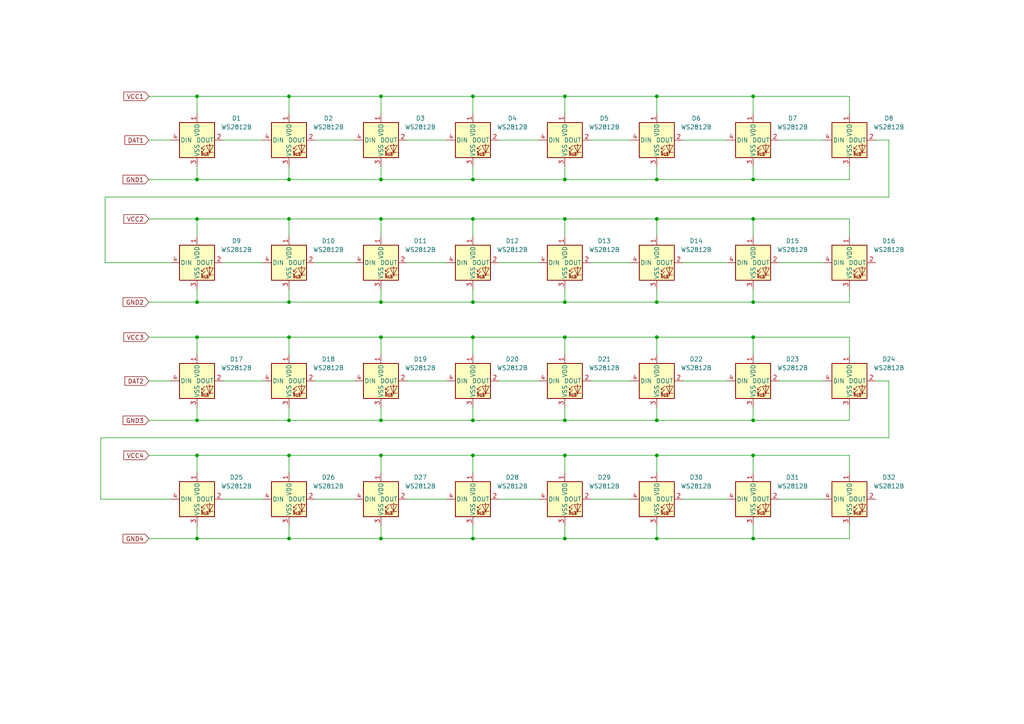
<source format=kicad_sch>
(kicad_sch (version 20231120) (generator "eeschema") (generator_version "8.0")
  (paper "A4")
  (lib_symbols
    (symbol "LED:WS2812B" (pin_names (offset 0.254))
      (property "Reference" "D" (at 5.08 5.715 0))
      (property "Value" "WS2812B" (at 1.27 -5.715 0))
      (symbol "WS2812B_0_0"
        (text "RGB" (at 2.286 -4.191 0) (effects (font (size 0.762 0.762))))
      )
      (symbol "WS2812B_0_1"
        (polyline (pts (xy 1.27 -3.556) (xy 1.778 -3.556)))
        (polyline (pts (xy 1.27 -2.54) (xy 1.778 -2.54)))
        (polyline (pts (xy 4.699 -3.556) (xy 2.667 -3.556)))
        (polyline (pts (xy 2.286 -2.54) (xy 1.27 -3.556) (xy 1.27 -3.048)))
        (polyline (pts (xy 2.286 -1.524) (xy 1.27 -2.54) (xy 1.27 -2.032)))
        (polyline (pts (xy 3.683 -1.016) (xy 3.683 -3.556) (xy 3.683 -4.064)))
        (polyline (pts (xy 4.699 -1.524) (xy 2.667 -1.524) (xy 3.683 -3.556) (xy 4.699 -1.524)))
        (rectangle (start 5.08 5.08) (end -5.08 -5.08) (stroke (width 0.254)) (fill (type background)))
      )
      (symbol "WS2812B_1_1"
        (pin power_in line (at 0 7.62 270) (length 2.54) (name "VDD") (number "1"))
        (pin output line (at 7.62 0 180) (length 2.54) (name "DOUT") (number "2"))
        (pin power_in line (at 0 -7.62 90) (length 2.54) (name "VSS") (number "3"))
        (pin input line (at -7.62 0 0) (length 2.54) (name "DIN") (number "4"))
      )
    )
  )
  (junction (at 163.83 156.21))
  (junction (at 218.44 132.08))
  (junction (at 137.16 156.21))
  (junction (at 218.44 97.79))
  (junction (at 110.49 97.79))
  (junction (at 137.16 52.07))
  (junction (at 218.44 121.92))
  (junction (at 190.5 87.63))
  (junction (at 110.49 63.5))
  (junction (at 110.49 27.94))
  (junction (at 137.16 63.5))
  (junction (at 218.44 63.5))
  (junction (at 163.83 52.07))
  (junction (at 163.83 63.5))
  (junction (at 137.16 87.63))
  (junction (at 57.15 97.79))
  (junction (at 218.44 27.94))
  (junction (at 137.16 27.94))
  (junction (at 110.49 132.08))
  (junction (at 137.16 121.92))
  (junction (at 83.82 63.5))
  (junction (at 57.15 63.5))
  (junction (at 57.15 87.63))
  (junction (at 57.15 27.94))
  (junction (at 190.5 52.07))
  (junction (at 190.5 27.94))
  (junction (at 190.5 156.21))
  (junction (at 110.49 156.21))
  (junction (at 83.82 97.79))
  (junction (at 190.5 97.79))
  (junction (at 163.83 87.63))
  (junction (at 218.44 52.07))
  (junction (at 218.44 156.21))
  (junction (at 163.83 121.92))
  (junction (at 163.83 97.79))
  (junction (at 137.16 97.79))
  (junction (at 83.82 156.21))
  (junction (at 137.16 132.08))
  (junction (at 83.82 27.94))
  (junction (at 83.82 87.63))
  (junction (at 83.82 52.07))
  (junction (at 110.49 52.07))
  (junction (at 190.5 121.92))
  (junction (at 190.5 63.5))
  (junction (at 218.44 87.63))
  (junction (at 57.15 156.21))
  (junction (at 57.15 132.08))
  (junction (at 163.83 27.94))
  (junction (at 110.49 121.92))
  (junction (at 163.83 132.08))
  (junction (at 110.49 87.63))
  (junction (at 190.5 132.08))
  (junction (at 57.15 52.07))
  (junction (at 57.15 121.92))
  (junction (at 83.82 132.08))
  (junction (at 83.82 121.92))
  (wire (pts (xy 83.82 132.08) (xy 83.82 137.16)))
  (wire (pts (xy 137.16 121.92) (xy 163.83 121.92)))
  (wire (pts (xy 57.15 87.63) (xy 83.82 87.63)))
  (wire (pts (xy 64.77 144.78) (xy 76.2 144.78)))
  (wire (pts (xy 246.38 152.4) (xy 246.38 156.21)))
  (wire (pts (xy 163.83 97.79) (xy 163.83 102.87)))
  (wire (pts (xy 57.15 152.4) (xy 57.15 156.21)))
  (wire (pts (xy 118.11 144.78) (xy 129.54 144.78)))
  (wire (pts (xy 83.82 27.94) (xy 110.49 27.94)))
  (wire (pts (xy 57.15 63.5) (xy 57.15 68.58)))
  (wire (pts (xy 110.49 118.11) (xy 110.49 121.92)))
  (wire (pts (xy 137.16 118.11) (xy 137.16 121.92)))
  (wire (pts (xy 190.5 156.21) (xy 218.44 156.21)))
  (wire (pts (xy 163.83 152.4) (xy 163.83 156.21)))
  (wire (pts (xy 137.16 83.82) (xy 137.16 87.63)))
  (wire (pts (xy 190.5 63.5) (xy 218.44 63.5)))
  (wire (pts (xy 57.15 27.94) (xy 57.15 33.02)))
  (wire (pts (xy 83.82 83.82) (xy 83.82 87.63)))
  (wire (pts (xy 110.49 27.94) (xy 137.16 27.94)))
  (wire (pts (xy 163.83 52.07) (xy 190.5 52.07)))
  (wire (pts (xy 218.44 63.5) (xy 246.38 63.5)))
  (wire (pts (xy 83.82 97.79) (xy 83.82 102.87)))
  (wire (pts (xy 43.18 87.63) (xy 57.15 87.63)))
  (wire (pts (xy 190.5 27.94) (xy 218.44 27.94)))
  (wire (pts (xy 246.38 83.82) (xy 246.38 87.63)))
  (wire (pts (xy 110.49 52.07) (xy 137.16 52.07)))
  (wire (pts (xy 190.5 83.82) (xy 190.5 87.63)))
  (wire (pts (xy 198.12 110.49) (xy 210.82 110.49)))
  (wire (pts (xy 43.18 97.79) (xy 57.15 97.79)))
  (wire (pts (xy 137.16 52.07) (xy 163.83 52.07)))
  (wire (pts (xy 163.83 27.94) (xy 190.5 27.94)))
  (wire (pts (xy 91.44 110.49) (xy 102.87 110.49)))
  (wire (pts (xy 110.49 63.5) (xy 110.49 68.58)))
  (wire (pts (xy 171.45 40.64) (xy 182.88 40.64)))
  (wire (pts (xy 163.83 87.63) (xy 190.5 87.63)))
  (wire (pts (xy 226.06 110.49) (xy 238.76 110.49)))
  (wire (pts (xy 137.16 156.21) (xy 163.83 156.21)))
  (wire (pts (xy 163.83 156.21) (xy 190.5 156.21)))
  (wire (pts (xy 218.44 52.07) (xy 246.38 52.07)))
  (wire (pts (xy 43.18 156.21) (xy 57.15 156.21)))
  (wire (pts (xy 83.82 118.11) (xy 83.82 121.92)))
  (wire (pts (xy 57.15 83.82) (xy 57.15 87.63)))
  (wire (pts (xy 57.15 97.79) (xy 83.82 97.79)))
  (wire (pts (xy 137.16 97.79) (xy 163.83 97.79)))
  (wire (pts (xy 190.5 63.5) (xy 190.5 68.58)))
  (wire (pts (xy 163.83 63.5) (xy 190.5 63.5)))
  (wire (pts (xy 137.16 63.5) (xy 163.83 63.5)))
  (wire (pts (xy 246.38 63.5) (xy 246.38 68.58)))
  (wire (pts (xy 163.83 118.11) (xy 163.83 121.92)))
  (wire (pts (xy 29.21 144.78) (xy 49.53 144.78)))
  (wire (pts (xy 254 40.64) (xy 257.81 40.64)))
  (wire (pts (xy 43.18 132.08) (xy 57.15 132.08)))
  (wire (pts (xy 218.44 118.11) (xy 218.44 121.92)))
  (wire (pts (xy 163.83 97.79) (xy 190.5 97.79)))
  (wire (pts (xy 257.81 57.15) (xy 30.48 57.15)))
  (wire (pts (xy 110.49 152.4) (xy 110.49 156.21)))
  (wire (pts (xy 118.11 40.64) (xy 129.54 40.64)))
  (wire (pts (xy 190.5 132.08) (xy 218.44 132.08)))
  (wire (pts (xy 110.49 97.79) (xy 137.16 97.79)))
  (wire (pts (xy 57.15 132.08) (xy 83.82 132.08)))
  (wire (pts (xy 226.06 144.78) (xy 238.76 144.78)))
  (wire (pts (xy 218.44 132.08) (xy 218.44 137.16)))
  (wire (pts (xy 226.06 76.2) (xy 238.76 76.2)))
  (wire (pts (xy 218.44 87.63) (xy 246.38 87.63)))
  (wire (pts (xy 83.82 63.5) (xy 83.82 68.58)))
  (wire (pts (xy 57.15 132.08) (xy 57.15 137.16)))
  (wire (pts (xy 110.49 63.5) (xy 137.16 63.5)))
  (wire (pts (xy 64.77 110.49) (xy 76.2 110.49)))
  (wire (pts (xy 91.44 144.78) (xy 102.87 144.78)))
  (wire (pts (xy 171.45 110.49) (xy 182.88 110.49)))
  (wire (pts (xy 110.49 97.79) (xy 110.49 102.87)))
  (wire (pts (xy 57.15 63.5) (xy 83.82 63.5)))
  (wire (pts (xy 163.83 27.94) (xy 163.83 33.02)))
  (wire (pts (xy 171.45 76.2) (xy 182.88 76.2)))
  (wire (pts (xy 163.83 132.08) (xy 190.5 132.08)))
  (wire (pts (xy 218.44 152.4) (xy 218.44 156.21)))
  (wire (pts (xy 83.82 152.4) (xy 83.82 156.21)))
  (wire (pts (xy 137.16 27.94) (xy 137.16 33.02)))
  (wire (pts (xy 198.12 144.78) (xy 210.82 144.78)))
  (wire (pts (xy 144.78 40.64) (xy 156.21 40.64)))
  (wire (pts (xy 257.81 40.64) (xy 257.81 57.15)))
  (wire (pts (xy 218.44 97.79) (xy 218.44 102.87)))
  (wire (pts (xy 57.15 48.26) (xy 57.15 52.07)))
  (wire (pts (xy 218.44 132.08) (xy 246.38 132.08)))
  (wire (pts (xy 64.77 76.2) (xy 76.2 76.2)))
  (wire (pts (xy 190.5 87.63) (xy 218.44 87.63)))
  (wire (pts (xy 246.38 48.26) (xy 246.38 52.07)))
  (wire (pts (xy 137.16 63.5) (xy 137.16 68.58)))
  (wire (pts (xy 246.38 97.79) (xy 246.38 102.87)))
  (wire (pts (xy 218.44 121.92) (xy 246.38 121.92)))
  (wire (pts (xy 30.48 76.2) (xy 49.53 76.2)))
  (wire (pts (xy 110.49 132.08) (xy 137.16 132.08)))
  (wire (pts (xy 43.18 63.5) (xy 57.15 63.5)))
  (wire (pts (xy 57.15 52.07) (xy 83.82 52.07)))
  (wire (pts (xy 110.49 27.94) (xy 110.49 33.02)))
  (wire (pts (xy 57.15 118.11) (xy 57.15 121.92)))
  (wire (pts (xy 257.81 127) (xy 29.21 127)))
  (wire (pts (xy 43.18 121.92) (xy 57.15 121.92)))
  (wire (pts (xy 110.49 156.21) (xy 137.16 156.21)))
  (wire (pts (xy 91.44 76.2) (xy 102.87 76.2)))
  (wire (pts (xy 83.82 87.63) (xy 110.49 87.63)))
  (wire (pts (xy 163.83 121.92) (xy 190.5 121.92)))
  (wire (pts (xy 144.78 144.78) (xy 156.21 144.78)))
  (wire (pts (xy 163.83 63.5) (xy 163.83 68.58)))
  (wire (pts (xy 163.83 83.82) (xy 163.83 87.63)))
  (wire (pts (xy 110.49 132.08) (xy 110.49 137.16)))
  (wire (pts (xy 43.18 110.49) (xy 49.53 110.49)))
  (wire (pts (xy 198.12 76.2) (xy 210.82 76.2)))
  (wire (pts (xy 226.06 40.64) (xy 238.76 40.64)))
  (wire (pts (xy 57.15 27.94) (xy 83.82 27.94)))
  (wire (pts (xy 144.78 110.49) (xy 156.21 110.49)))
  (wire (pts (xy 57.15 121.92) (xy 83.82 121.92)))
  (wire (pts (xy 110.49 121.92) (xy 137.16 121.92)))
  (wire (pts (xy 218.44 83.82) (xy 218.44 87.63)))
  (wire (pts (xy 163.83 132.08) (xy 163.83 137.16)))
  (wire (pts (xy 83.82 97.79) (xy 110.49 97.79)))
  (wire (pts (xy 83.82 132.08) (xy 110.49 132.08)))
  (wire (pts (xy 30.48 57.15) (xy 30.48 76.2)))
  (wire (pts (xy 163.83 48.26) (xy 163.83 52.07)))
  (wire (pts (xy 190.5 121.92) (xy 218.44 121.92)))
  (wire (pts (xy 110.49 48.26) (xy 110.49 52.07)))
  (wire (pts (xy 218.44 27.94) (xy 246.38 27.94)))
  (wire (pts (xy 246.38 27.94) (xy 246.38 33.02)))
  (wire (pts (xy 257.81 110.49) (xy 257.81 127)))
  (wire (pts (xy 137.16 132.08) (xy 137.16 137.16)))
  (wire (pts (xy 137.16 87.63) (xy 163.83 87.63)))
  (wire (pts (xy 218.44 27.94) (xy 218.44 33.02)))
  (wire (pts (xy 110.49 83.82) (xy 110.49 87.63)))
  (wire (pts (xy 83.82 63.5) (xy 110.49 63.5)))
  (wire (pts (xy 218.44 63.5) (xy 218.44 68.58)))
  (wire (pts (xy 83.82 156.21) (xy 110.49 156.21)))
  (wire (pts (xy 190.5 118.11) (xy 190.5 121.92)))
  (wire (pts (xy 190.5 97.79) (xy 218.44 97.79)))
  (wire (pts (xy 83.82 52.07) (xy 110.49 52.07)))
  (wire (pts (xy 64.77 40.64) (xy 76.2 40.64)))
  (wire (pts (xy 43.18 52.07) (xy 57.15 52.07)))
  (wire (pts (xy 57.15 97.79) (xy 57.15 102.87)))
  (wire (pts (xy 246.38 132.08) (xy 246.38 137.16)))
  (wire (pts (xy 254 110.49) (xy 257.81 110.49)))
  (wire (pts (xy 137.16 152.4) (xy 137.16 156.21)))
  (wire (pts (xy 83.82 121.92) (xy 110.49 121.92)))
  (wire (pts (xy 57.15 156.21) (xy 83.82 156.21)))
  (wire (pts (xy 171.45 144.78) (xy 182.88 144.78)))
  (wire (pts (xy 137.16 97.79) (xy 137.16 102.87)))
  (wire (pts (xy 83.82 48.26) (xy 83.82 52.07)))
  (wire (pts (xy 110.49 87.63) (xy 137.16 87.63)))
  (wire (pts (xy 137.16 27.94) (xy 163.83 27.94)))
  (wire (pts (xy 246.38 118.11) (xy 246.38 121.92)))
  (wire (pts (xy 190.5 132.08) (xy 190.5 137.16)))
  (wire (pts (xy 144.78 76.2) (xy 156.21 76.2)))
  (wire (pts (xy 190.5 97.79) (xy 190.5 102.87)))
  (wire (pts (xy 83.82 27.94) (xy 83.82 33.02)))
  (wire (pts (xy 190.5 52.07) (xy 218.44 52.07)))
  (wire (pts (xy 218.44 48.26) (xy 218.44 52.07)))
  (wire (pts (xy 218.44 97.79) (xy 246.38 97.79)))
  (wire (pts (xy 190.5 27.94) (xy 190.5 33.02)))
  (wire (pts (xy 43.18 27.94) (xy 57.15 27.94)))
  (wire (pts (xy 118.11 110.49) (xy 129.54 110.49)))
  (wire (pts (xy 43.18 40.64) (xy 49.53 40.64)))
  (wire (pts (xy 91.44 40.64) (xy 102.87 40.64)))
  (wire (pts (xy 137.16 132.08) (xy 163.83 132.08)))
  (wire (pts (xy 218.44 156.21) (xy 246.38 156.21)))
  (wire (pts (xy 190.5 152.4) (xy 190.5 156.21)))
  (wire (pts (xy 137.16 48.26) (xy 137.16 52.07)))
  (wire (pts (xy 198.12 40.64) (xy 210.82 40.64)))
  (wire (pts (xy 190.5 48.26) (xy 190.5 52.07)))
  (wire (pts (xy 118.11 76.2) (xy 129.54 76.2)))
  (wire (pts (xy 29.21 127) (xy 29.21 144.78)))
  (global_label "DAT1" (shape input) (at 43.18 40.64 180) (property "Intersheetrefs" "${INTERSHEET_REFS}" (effects (hide yes))))
  (global_label "VCC3" (shape input) (at 43.18 97.79 180) (property "Intersheetrefs" "${INTERSHEET_REFS}" (effects (hide yes))))
  (global_label "GND2" (shape input) (at 43.18 87.63 180) (property "Intersheetrefs" "${INTERSHEET_REFS}" (effects (hide yes))))
  (global_label "GND1" (shape input) (at 43.18 52.07 180) (property "Intersheetrefs" "${INTERSHEET_REFS}" (effects (hide yes))))
  (global_label "VCC1" (shape input) (at 43.18 27.94 180) (property "Intersheetrefs" "${INTERSHEET_REFS}" (effects (hide yes))))
  (global_label "VCC2" (shape input) (at 43.18 63.5 180) (property "Intersheetrefs" "${INTERSHEET_REFS}" (effects (hide yes))))
  (global_label "DAT2" (shape input) (at 43.18 110.49 180) (property "Intersheetrefs" "${INTERSHEET_REFS}" (effects (hide yes))))
  (global_label "GND3" (shape input) (at 43.18 121.92 180) (property "Intersheetrefs" "${INTERSHEET_REFS}" (effects (hide yes))))
  (global_label "GND4" (shape input) (at 43.18 156.21 180) (property "Intersheetrefs" "${INTERSHEET_REFS}" (effects (hide yes))))
  (global_label "VCC4" (shape input) (at 43.18 132.08 180) (property "Intersheetrefs" "${INTERSHEET_REFS}" (effects (hide yes))))
  (symbol (lib_id "LED:WS2812B") (at 190.5 76.2 0) (unit 1)
    (property "Reference" "D14" (at 201.93 69.8814 0))
    (property "Value" "WS2812B" (at 201.93 72.4214 0))
    (property "Footprint" "LED_SMD:LED_WS2812B_PLCC4_5.0x5.0mm_P3.2mm" (effects (hide yes)))
    (property "Datasheet" "https://cdn-shop.adafruit.com/datasheets/WS2812B.pdf" (effects (hide yes)))
    (property "Description" "RGB LED with integrated controller" (effects (hide yes)))
  )
  (symbol (lib_id "LED:WS2812B") (at 110.49 110.49 0) (unit 1)
    (property "Reference" "D19" (at 121.92 104.1714 0))
    (property "Value" "WS2812B" (at 121.92 106.7114 0))
    (property "Footprint" "LED_SMD:LED_WS2812B_PLCC4_5.0x5.0mm_P3.2mm" (effects (hide yes)))
    (property "Datasheet" "https://cdn-shop.adafruit.com/datasheets/WS2812B.pdf" (effects (hide yes)))
    (property "Description" "RGB LED with integrated controller" (effects (hide yes)))
  )
  (symbol (lib_id "LED:WS2812B") (at 163.83 110.49 0) (unit 1)
    (property "Reference" "D21" (at 175.26 104.1714 0))
    (property "Value" "WS2812B" (at 175.26 106.7114 0))
    (property "Footprint" "LED_SMD:LED_WS2812B_PLCC4_5.0x5.0mm_P3.2mm" (effects (hide yes)))
    (property "Datasheet" "https://cdn-shop.adafruit.com/datasheets/WS2812B.pdf" (effects (hide yes)))
    (property "Description" "RGB LED with integrated controller" (effects (hide yes)))
  )
  (symbol (lib_id "LED:WS2812B") (at 83.82 110.49 0) (unit 1)
    (property "Reference" "D18" (at 95.25 104.1714 0))
    (property "Value" "WS2812B" (at 95.25 106.7114 0))
    (property "Footprint" "LED_SMD:LED_WS2812B_PLCC4_5.0x5.0mm_P3.2mm" (effects (hide yes)))
    (property "Datasheet" "https://cdn-shop.adafruit.com/datasheets/WS2812B.pdf" (effects (hide yes)))
    (property "Description" "RGB LED with integrated controller" (effects (hide yes)))
  )
  (symbol (lib_id "LED:WS2812B") (at 137.16 40.64 0) (unit 1)
    (property "Reference" "D4" (at 148.59 34.3214 0))
    (property "Value" "WS2812B" (at 148.59 36.8614 0))
    (property "Footprint" "LED_SMD:LED_WS2812B_PLCC4_5.0x5.0mm_P3.2mm" (effects (hide yes)))
    (property "Datasheet" "https://cdn-shop.adafruit.com/datasheets/WS2812B.pdf" (effects (hide yes)))
    (property "Description" "RGB LED with integrated controller" (effects (hide yes)))
  )
  (symbol (lib_id "LED:WS2812B") (at 57.15 144.78 0) (unit 1)
    (property "Reference" "D25" (at 68.58 138.4614 0))
    (property "Value" "WS2812B" (at 68.58 141.0014 0))
    (property "Footprint" "LED_SMD:LED_WS2812B_PLCC4_5.0x5.0mm_P3.2mm" (effects (hide yes)))
    (property "Datasheet" "https://cdn-shop.adafruit.com/datasheets/WS2812B.pdf" (effects (hide yes)))
    (property "Description" "RGB LED with integrated controller" (effects (hide yes)))
  )
  (symbol (lib_id "LED:WS2812B") (at 110.49 144.78 0) (unit 1)
    (property "Reference" "D27" (at 121.92 138.4614 0))
    (property "Value" "WS2812B" (at 121.92 141.0014 0))
    (property "Footprint" "LED_SMD:LED_WS2812B_PLCC4_5.0x5.0mm_P3.2mm" (effects (hide yes)))
    (property "Datasheet" "https://cdn-shop.adafruit.com/datasheets/WS2812B.pdf" (effects (hide yes)))
    (property "Description" "RGB LED with integrated controller" (effects (hide yes)))
  )
  (symbol (lib_id "LED:WS2812B") (at 83.82 40.64 0) (unit 1)
    (property "Reference" "D2" (at 95.25 34.3214 0))
    (property "Value" "WS2812B" (at 95.25 36.8614 0))
    (property "Footprint" "LED_SMD:LED_WS2812B_PLCC4_5.0x5.0mm_P3.2mm" (effects (hide yes)))
    (property "Datasheet" "https://cdn-shop.adafruit.com/datasheets/WS2812B.pdf" (effects (hide yes)))
    (property "Description" "RGB LED with integrated controller" (effects (hide yes)))
  )
  (symbol (lib_id "LED:WS2812B") (at 190.5 110.49 0) (unit 1)
    (property "Reference" "D22" (at 201.93 104.1714 0))
    (property "Value" "WS2812B" (at 201.93 106.7114 0))
    (property "Footprint" "LED_SMD:LED_WS2812B_PLCC4_5.0x5.0mm_P3.2mm" (effects (hide yes)))
    (property "Datasheet" "https://cdn-shop.adafruit.com/datasheets/WS2812B.pdf" (effects (hide yes)))
    (property "Description" "RGB LED with integrated controller" (effects (hide yes)))
  )
  (symbol (lib_id "LED:WS2812B") (at 57.15 110.49 0) (unit 1)
    (property "Reference" "D17" (at 68.58 104.1714 0))
    (property "Value" "WS2812B" (at 68.58 106.7114 0))
    (property "Footprint" "LED_SMD:LED_WS2812B_PLCC4_5.0x5.0mm_P3.2mm" (effects (hide yes)))
    (property "Datasheet" "https://cdn-shop.adafruit.com/datasheets/WS2812B.pdf" (effects (hide yes)))
    (property "Description" "RGB LED with integrated controller" (effects (hide yes)))
  )
  (symbol (lib_id "LED:WS2812B") (at 83.82 144.78 0) (unit 1)
    (property "Reference" "D26" (at 95.25 138.4614 0))
    (property "Value" "WS2812B" (at 95.25 141.0014 0))
    (property "Footprint" "LED_SMD:LED_WS2812B_PLCC4_5.0x5.0mm_P3.2mm" (effects (hide yes)))
    (property "Datasheet" "https://cdn-shop.adafruit.com/datasheets/WS2812B.pdf" (effects (hide yes)))
    (property "Description" "RGB LED with integrated controller" (effects (hide yes)))
  )
  (symbol (lib_id "LED:WS2812B") (at 163.83 144.78 0) (unit 1)
    (property "Reference" "D29" (at 175.26 138.4614 0))
    (property "Value" "WS2812B" (at 175.26 141.0014 0))
    (property "Footprint" "LED_SMD:LED_WS2812B_PLCC4_5.0x5.0mm_P3.2mm" (effects (hide yes)))
    (property "Datasheet" "https://cdn-shop.adafruit.com/datasheets/WS2812B.pdf" (effects (hide yes)))
    (property "Description" "RGB LED with integrated controller" (effects (hide yes)))
  )
  (symbol (lib_id "LED:WS2812B") (at 246.38 40.64 0) (unit 1)
    (property "Reference" "D8" (at 257.81 34.3214 0))
    (property "Value" "WS2812B" (at 257.81 36.8614 0))
    (property "Footprint" "LED_SMD:LED_WS2812B_PLCC4_5.0x5.0mm_P3.2mm" (effects (hide yes)))
    (property "Datasheet" "https://cdn-shop.adafruit.com/datasheets/WS2812B.pdf" (effects (hide yes)))
    (property "Description" "RGB LED with integrated controller" (effects (hide yes)))
  )
  (symbol (lib_id "LED:WS2812B") (at 190.5 144.78 0) (unit 1)
    (property "Reference" "D30" (at 201.93 138.4614 0))
    (property "Value" "WS2812B" (at 201.93 141.0014 0))
    (property "Footprint" "LED_SMD:LED_WS2812B_PLCC4_5.0x5.0mm_P3.2mm" (effects (hide yes)))
    (property "Datasheet" "https://cdn-shop.adafruit.com/datasheets/WS2812B.pdf" (effects (hide yes)))
    (property "Description" "RGB LED with integrated controller" (effects (hide yes)))
  )
  (symbol (lib_id "LED:WS2812B") (at 246.38 76.2 0) (unit 1)
    (property "Reference" "D16" (at 257.81 69.8814 0))
    (property "Value" "WS2812B" (at 257.81 72.4214 0))
    (property "Footprint" "LED_SMD:LED_WS2812B_PLCC4_5.0x5.0mm_P3.2mm" (effects (hide yes)))
    (property "Datasheet" "https://cdn-shop.adafruit.com/datasheets/WS2812B.pdf" (effects (hide yes)))
    (property "Description" "RGB LED with integrated controller" (effects (hide yes)))
  )
  (symbol (lib_id "LED:WS2812B") (at 163.83 76.2 0) (unit 1)
    (property "Reference" "D13" (at 175.26 69.8814 0))
    (property "Value" "WS2812B" (at 175.26 72.4214 0))
    (property "Footprint" "LED_SMD:LED_WS2812B_PLCC4_5.0x5.0mm_P3.2mm" (effects (hide yes)))
    (property "Datasheet" "https://cdn-shop.adafruit.com/datasheets/WS2812B.pdf" (effects (hide yes)))
    (property "Description" "RGB LED with integrated controller" (effects (hide yes)))
  )
  (symbol (lib_id "LED:WS2812B") (at 163.83 40.64 0) (unit 1)
    (property "Reference" "D5" (at 175.26 34.3214 0))
    (property "Value" "WS2812B" (at 175.26 36.8614 0))
    (property "Footprint" "LED_SMD:LED_WS2812B_PLCC4_5.0x5.0mm_P3.2mm" (effects (hide yes)))
    (property "Datasheet" "https://cdn-shop.adafruit.com/datasheets/WS2812B.pdf" (effects (hide yes)))
    (property "Description" "RGB LED with integrated controller" (effects (hide yes)))
  )
  (symbol (lib_id "LED:WS2812B") (at 218.44 76.2 0) (unit 1)
    (property "Reference" "D15" (at 229.87 69.8814 0))
    (property "Value" "WS2812B" (at 229.87 72.4214 0))
    (property "Footprint" "LED_SMD:LED_WS2812B_PLCC4_5.0x5.0mm_P3.2mm" (effects (hide yes)))
    (property "Datasheet" "https://cdn-shop.adafruit.com/datasheets/WS2812B.pdf" (effects (hide yes)))
    (property "Description" "RGB LED with integrated controller" (effects (hide yes)))
  )
  (symbol (lib_id "LED:WS2812B") (at 246.38 110.49 0) (unit 1)
    (property "Reference" "D24" (at 257.81 104.1714 0))
    (property "Value" "WS2812B" (at 257.81 106.7114 0))
    (property "Footprint" "LED_SMD:LED_WS2812B_PLCC4_5.0x5.0mm_P3.2mm" (effects (hide yes)))
    (property "Datasheet" "https://cdn-shop.adafruit.com/datasheets/WS2812B.pdf" (effects (hide yes)))
    (property "Description" "RGB LED with integrated controller" (effects (hide yes)))
  )
  (symbol (lib_id "LED:WS2812B") (at 137.16 144.78 0) (unit 1)
    (property "Reference" "D28" (at 148.59 138.4614 0))
    (property "Value" "WS2812B" (at 148.59 141.0014 0))
    (property "Footprint" "LED_SMD:LED_WS2812B_PLCC4_5.0x5.0mm_P3.2mm" (effects (hide yes)))
    (property "Datasheet" "https://cdn-shop.adafruit.com/datasheets/WS2812B.pdf" (effects (hide yes)))
    (property "Description" "RGB LED with integrated controller" (effects (hide yes)))
  )
  (symbol (lib_id "LED:WS2812B") (at 57.15 76.2 0) (unit 1)
    (property "Reference" "D9" (at 68.58 69.8814 0))
    (property "Value" "WS2812B" (at 68.58 72.4214 0))
    (property "Footprint" "LED_SMD:LED_WS2812B_PLCC4_5.0x5.0mm_P3.2mm" (effects (hide yes)))
    (property "Datasheet" "https://cdn-shop.adafruit.com/datasheets/WS2812B.pdf" (effects (hide yes)))
    (property "Description" "RGB LED with integrated controller" (effects (hide yes)))
  )
  (symbol (lib_id "LED:WS2812B") (at 218.44 144.78 0) (unit 1)
    (property "Reference" "D31" (at 229.87 138.4614 0))
    (property "Value" "WS2812B" (at 229.87 141.0014 0))
    (property "Footprint" "LED_SMD:LED_WS2812B_PLCC4_5.0x5.0mm_P3.2mm" (effects (hide yes)))
    (property "Datasheet" "https://cdn-shop.adafruit.com/datasheets/WS2812B.pdf" (effects (hide yes)))
    (property "Description" "RGB LED with integrated controller" (effects (hide yes)))
  )
  (symbol (lib_id "LED:WS2812B") (at 57.15 40.64 0) (unit 1)
    (property "Reference" "D1" (at 68.58 34.3214 0))
    (property "Value" "WS2812B" (at 68.58 36.8614 0))
    (property "Footprint" "LED_SMD:LED_WS2812B_PLCC4_5.0x5.0mm_P3.2mm" (effects (hide yes)))
    (property "Datasheet" "https://cdn-shop.adafruit.com/datasheets/WS2812B.pdf" (effects (hide yes)))
    (property "Description" "RGB LED with integrated controller" (effects (hide yes)))
  )
  (symbol (lib_id "LED:WS2812B") (at 110.49 76.2 0) (unit 1)
    (property "Reference" "D11" (at 121.92 69.8814 0))
    (property "Value" "WS2812B" (at 121.92 72.4214 0))
    (property "Footprint" "LED_SMD:LED_WS2812B_PLCC4_5.0x5.0mm_P3.2mm" (effects (hide yes)))
    (property "Datasheet" "https://cdn-shop.adafruit.com/datasheets/WS2812B.pdf" (effects (hide yes)))
    (property "Description" "RGB LED with integrated controller" (effects (hide yes)))
  )
  (symbol (lib_id "LED:WS2812B") (at 83.82 76.2 0) (unit 1)
    (property "Reference" "D10" (at 95.25 69.8814 0))
    (property "Value" "WS2812B" (at 95.25 72.4214 0))
    (property "Footprint" "LED_SMD:LED_WS2812B_PLCC4_5.0x5.0mm_P3.2mm" (effects (hide yes)))
    (property "Datasheet" "https://cdn-shop.adafruit.com/datasheets/WS2812B.pdf" (effects (hide yes)))
    (property "Description" "RGB LED with integrated controller" (effects (hide yes)))
  )
  (symbol (lib_id "LED:WS2812B") (at 110.49 40.64 0) (unit 1)
    (property "Reference" "D3" (at 121.92 34.3214 0))
    (property "Value" "WS2812B" (at 121.92 36.8614 0))
    (property "Footprint" "LED_SMD:LED_WS2812B_PLCC4_5.0x5.0mm_P3.2mm" (effects (hide yes)))
    (property "Datasheet" "https://cdn-shop.adafruit.com/datasheets/WS2812B.pdf" (effects (hide yes)))
    (property "Description" "RGB LED with integrated controller" (effects (hide yes)))
  )
  (symbol (lib_id "LED:WS2812B") (at 137.16 76.2 0) (unit 1)
    (property "Reference" "D12" (at 148.59 69.8814 0))
    (property "Value" "WS2812B" (at 148.59 72.4214 0))
    (property "Footprint" "LED_SMD:LED_WS2812B_PLCC4_5.0x5.0mm_P3.2mm" (effects (hide yes)))
    (property "Datasheet" "https://cdn-shop.adafruit.com/datasheets/WS2812B.pdf" (effects (hide yes)))
    (property "Description" "RGB LED with integrated controller" (effects (hide yes)))
  )
  (symbol (lib_id "LED:WS2812B") (at 218.44 110.49 0) (unit 1)
    (property "Reference" "D23" (at 229.87 104.1714 0))
    (property "Value" "WS2812B" (at 229.87 106.7114 0))
    (property "Footprint" "LED_SMD:LED_WS2812B_PLCC4_5.0x5.0mm_P3.2mm" (effects (hide yes)))
    (property "Datasheet" "https://cdn-shop.adafruit.com/datasheets/WS2812B.pdf" (effects (hide yes)))
    (property "Description" "RGB LED with integrated controller" (effects (hide yes)))
  )
  (symbol (lib_id "LED:WS2812B") (at 246.38 144.78 0) (unit 1)
    (property "Reference" "D32" (at 257.81 138.4614 0))
    (property "Value" "WS2812B" (at 257.81 141.0014 0))
    (property "Footprint" "LED_SMD:LED_WS2812B_PLCC4_5.0x5.0mm_P3.2mm" (effects (hide yes)))
    (property "Datasheet" "https://cdn-shop.adafruit.com/datasheets/WS2812B.pdf" (effects (hide yes)))
    (property "Description" "RGB LED with integrated controller" (effects (hide yes)))
  )
  (symbol (lib_id "LED:WS2812B") (at 137.16 110.49 0) (unit 1)
    (property "Reference" "D20" (at 148.59 104.1714 0))
    (property "Value" "WS2812B" (at 148.59 106.7114 0))
    (property "Footprint" "LED_SMD:LED_WS2812B_PLCC4_5.0x5.0mm_P3.2mm" (effects (hide yes)))
    (property "Datasheet" "https://cdn-shop.adafruit.com/datasheets/WS2812B.pdf" (effects (hide yes)))
    (property "Description" "RGB LED with integrated controller" (effects (hide yes)))
  )
  (symbol (lib_id "LED:WS2812B") (at 218.44 40.64 0) (unit 1)
    (property "Reference" "D7" (at 229.87 34.3214 0))
    (property "Value" "WS2812B" (at 229.87 36.8614 0))
    (property "Footprint" "LED_SMD:LED_WS2812B_PLCC4_5.0x5.0mm_P3.2mm" (effects (hide yes)))
    (property "Datasheet" "https://cdn-shop.adafruit.com/datasheets/WS2812B.pdf" (effects (hide yes)))
    (property "Description" "RGB LED with integrated controller" (effects (hide yes)))
  )
  (symbol (lib_id "LED:WS2812B") (at 190.5 40.64 0) (unit 1)
    (property "Reference" "D6" (at 201.93 34.3214 0))
    (property "Value" "WS2812B" (at 201.93 36.8614 0))
    (property "Footprint" "LED_SMD:LED_WS2812B_PLCC4_5.0x5.0mm_P3.2mm" (effects (hide yes)))
    (property "Datasheet" "https://cdn-shop.adafruit.com/datasheets/WS2812B.pdf" (effects (hide yes)))
    (property "Description" "RGB LED with integrated controller" (effects (hide yes)))
  )
)
</source>
